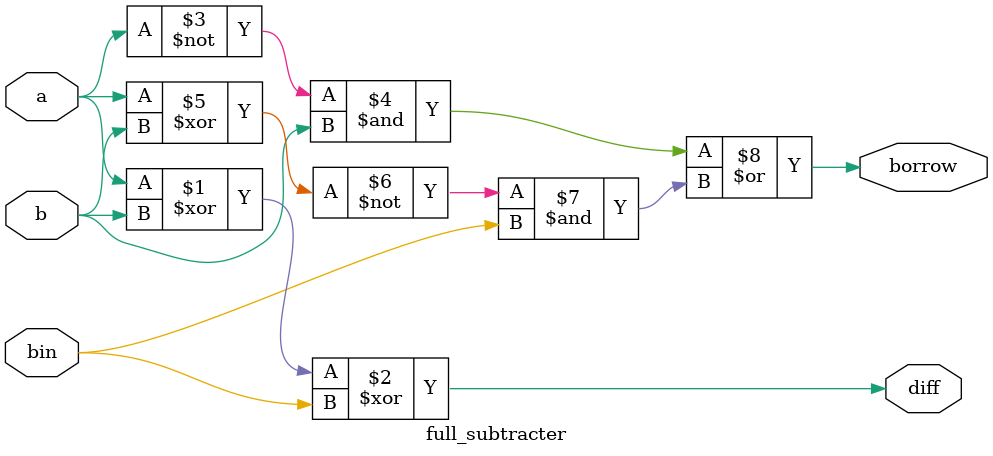
<source format=v>
module full_subtracter (
    input  wire a, b, bin,       // Inputs
    output wire diff, borrow     // Outputs
);

    // Logic equations
    assign diff   = a ^ b ^ bin;                  // Difference
    assign borrow = (~a & b) | (~(a ^ b) & bin);  // Borrow logic

endmodule


</source>
